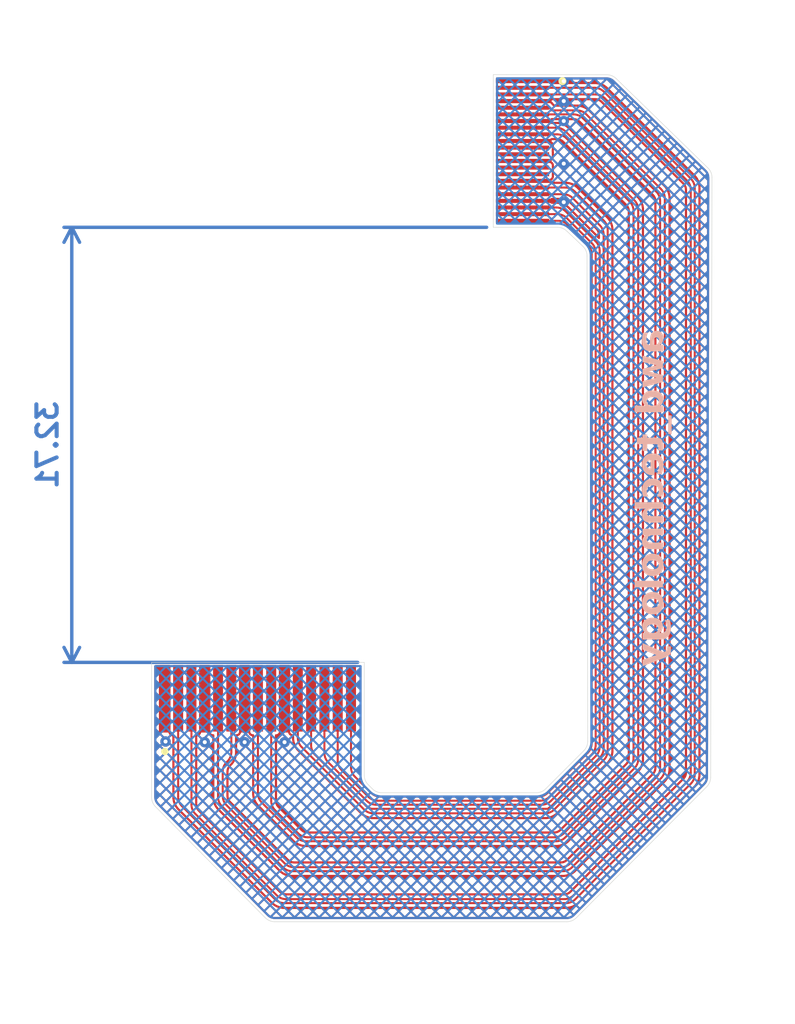
<source format=kicad_pcb>
(kicad_pcb (version 20241229) (generator "pcbnew") (generator_version "9.0")
  (layers (0 "F.Cu" signal) (4 "In1.Cu" signal) (6 "In2.Cu" signal) (2 "B.Cu" signal) (13 "F.Paste" user) (15 "B.Paste" user) (5 "F.SilkS" user "F.Silkscreen") (7 "B.SilkS" user "B.Silkscreen") (1 "F.Mask" user) (3 "B.Mask" user) (25 "Edge.Cuts" user))
  (net 0 "")
  (net 2 "Net-(J2-CAM_SDA)")
  (net 3 "Net-(J2-CAM_SCA)")
  (net 4 "Net-(J2-CAM_D0_N)")
  (net 7 "Net-(J2-CAM_IO0)")
  (net 9 "Net-(J2-CAM_3v3)")
  (net 10 "Net-(J2-CAM_IO1)")
  (net 11 "Net-(J2-CAM_D0_P)")
  (net 12 "Net-(J2-CAM_CK_N)")
  (net 13 "Net-(J2-CAM_D1_N)")
  (net 14 "Net-(J2-CAM_D1_P)")
  (net 15 "Net-(J2-CAM_CK_P)")
  (net 16 "GND")
  (footprint "AWD_camera_ribbon:FPC_22pin_0.5mm_Vertical" (layer "F.Cu") (at 89.1 39.85 -90)
    (property "Reference" "J2" (hide yes))
    (property "Value" "~")
    (fp_circle (center -5.25 -3) (end -5 -3) (stroke (width 0.1)) (fill yes) (layer "F.SilkS"))
    (pad "1" smd rect (at -5.25 0 270) (size 0.3 4) (layers "F.Cu" "F.Mask" "F.Paste") (net 16 "GND"))
    (pad "2" smd rect (at -4.75 0 270) (size 0.3 4) (layers "F.Cu" "F.Mask" "F.Paste") (net 4 "Net-(J2-CAM_D0_N)"))
    (pad "3" smd rect (at -4.25 0 270) (size 0.3 4) (layers "F.Cu" "F.Mask" "F.Paste") (net 11 "Net-(J2-CAM_D0_P)"))
    (pad "4" smd rect (at -3.75 0 90) (size 0.3 4) (layers "F.Cu" "F.Mask" "F.Paste") (net 16 "GND"))
    (pad "5" smd rect (at -3.25 0 270) (size 0.3 4) (layers "F.Cu" "F.Mask" "F.Paste") (net 13 "Net-(J2-CAM_D1_N)"))
    (pad "6" smd rect (at -2.75 0 270) (size 0.3 4) (layers "F.Cu" "F.Mask" "F.Paste") (net 14 "Net-(J2-CAM_D1_P)"))
    (pad "7" smd rect (at -2.25 0 270) (size 0.3 4) (layers "F.Cu" "F.Mask" "F.Paste") (net 16 "GND"))
    (pad "8" smd rect (at -1.75 0 270) (size 0.3 4) (layers "F.Cu" "F.Mask" "F.Paste") (net 12 "Net-(J2-CAM_CK_N)"))
    (pad "9" smd rect (at -1.25 0 270) (size 0.3 4) (layers "F.Cu" "F.Mask" "F.Paste") (net 15 "Net-(J2-CAM_CK_P)"))
    (pad "10" smd rect (at -0.75 0 270) (size 0.3 4) (layers "F.Cu" "F.Mask" "F.Paste") (net 16 "GND"))
    (pad "11" smd rect (at -0.25 0 270) (size 0.3 4) (layers "F.Cu" "F.Mask" "F.Paste"))
    (pad "12" smd rect (at 0.25 0 270) (size 0.3 4) (layers "F.Cu" "F.Mask" "F.Paste"))
    (pad "13" smd rect (at 0.75 0 270) (size 0.3 4) (layers "F.Cu" "F.Mask" "F.Paste") (net 16 "GND"))
    (pad "14" smd rect (at 1.25 0 270) (size 0.3 4) (layers "F.Cu" "F.Mask" "F.Paste"))
    (pad "15" smd rect (at 1.75 0 270) (size 0.3 4) (layers "F.Cu" "F.Mask" "F.Paste"))
    (pad "16" smd rect (at 2.25 0 270) (size 0.3 4) (layers "F.Cu" "F.Mask" "F.Paste") (net 16 "GND"))
    (pad "17" smd rect (at 2.75 0 270) (size 0.3 4) (layers "F.Cu" "F.Mask" "F.Paste") (net 7 "Net-(J2-CAM_IO0)"))
    (pad "18" smd rect (at 3.25 0 270) (size 0.3 4) (layers "F.Cu" "F.Mask" "F.Paste") (net 10 "Net-(J2-CAM_IO1)"))
    (pad "19" smd rect (at 3.75 0 270) (size 0.3 4) (layers "F.Cu" "F.Mask" "F.Paste") (net 16 "GND"))
    (pad "20" smd rect (at 4.25 0 270) (size 0.3 4) (layers "F.Cu" "F.Mask" "F.Paste") (net 3 "Net-(J2-CAM_SCA)"))
    (pad "21" smd rect (at 4.75 0 270) (size 0.3 4) (layers "F.Cu" "F.Mask" "F.Paste") (net 2 "Net-(J2-CAM_SDA)"))
    (pad "22" smd rect (at 5.25 0 270) (size 0.3 4) (layers "F.Cu" "F.Mask" "F.Paste") (net 9 "Net-(J2-CAM_3v3)"))
  )
  (footprint "AWD_camera_ribbon:FPC_15pin_1mm_Vertical" (layer "F.Cu") (at 69.2 81)
    (property "Reference" "j1" (hide yes))
    (property "Value" "~")
    (fp_circle (center -7 4) (end -6.8 4) (stroke (width 0.15)) (fill yes) (layer "F.SilkS"))
    (pad "1" smd rect (at -7 0) (size 0.75 5) (layers "F.Cu" "F.Mask" "F.Paste") (net 16 "GND"))
    (pad "2" smd rect (at -6 0) (size 0.75 5) (layers "F.Cu" "F.Mask" "F.Paste") (net 4 "Net-(J2-CAM_D0_N)"))
    (pad "3" smd rect (at -5 0) (size 0.75 5) (layers "F.Cu" "F.Mask" "F.Paste") (net 11 "Net-(J2-CAM_D0_P)"))
    (pad "4" smd rect (at -4 0) (size 0.75 5) (layers "F.Cu" "F.Mask" "F.Paste") (net 16 "GND"))
    (pad "5" smd rect (at -3 0) (size 0.75 5) (layers "F.Cu" "F.Mask" "F.Paste") (net 13 "Net-(J2-CAM_D1_N)"))
    (pad "6" smd rect (at -2 0) (size 0.75 5) (layers "F.Cu" "F.Mask" "F.Paste") (net 14 "Net-(J2-CAM_D1_P)"))
    (pad "7" smd rect (at -1 0) (size 0.75 5) (layers "F.Cu" "F.Mask" "F.Paste") (net 16 "GND"))
    (pad "8" smd rect (at 0 0) (size 0.75 5) (layers "F.Cu" "F.Mask" "F.Paste") (net 12 "Net-(J2-CAM_CK_N)"))
    (pad "9" smd rect (at 1 0) (size 0.75 5) (layers "F.Cu" "F.Mask" "F.Paste") (net 15 "Net-(J2-CAM_CK_P)"))
    (pad "10" smd rect (at 2 0) (size 0.75 5) (layers "F.Cu" "F.Mask" "F.Paste") (net 16 "GND"))
    (pad "11" smd rect (at 3 0) (size 0.75 5) (layers "F.Cu" "F.Mask" "F.Paste") (net 7 "Net-(J2-CAM_IO0)"))
    (pad "12" smd rect (at 4 0) (size 0.75 5) (layers "F.Cu" "F.Mask" "F.Paste") (net 10 "Net-(J2-CAM_IO1)"))
    (pad "13" smd rect (at 5 0) (size 0.75 5) (layers "F.Cu" "F.Mask" "F.Paste") (net 3 "Net-(J2-CAM_SCA)"))
    (pad "14" smd rect (at 6 0) (size 0.75 5) (layers "F.Cu" "F.Mask" "F.Paste") (net 2 "Net-(J2-CAM_SDA)"))
    (pad "15" smd rect (at 7 0) (size 0.75 5) (layers "F.Cu" "F.Mask" "F.Paste") (net 9 "Net-(J2-CAM_3v3)"))
  )
  (gr_line (start 93.623654 47.003008) (end 92.463254 45.903084) (stroke (width 0.0381)) (layer "Edge.Cuts"))
  (gr_line (start 103.350774 41.850419) (end 103.250911 86.938487) (stroke (width 0.0381)) (layer "Edge.Cuts"))
  (gr_arc (start 61.488932 89.142197) (mid 61.275049 88.819161) (end 61.2 88.439074) (stroke (width 0.0381)) (layer "Edge.Cuts"))
  (gr_line (start 62.2 78.3) (end 76.211049 78.3) (stroke (width 0.0381)) (layer "Edge.Cuts"))
  (gr_line (start 77.2 78.3) (end 76.211049 78.3) (stroke (width 0.0381)) (layer "Edge.Cuts"))
  (gr_line (start 77.2 86.785786) (end 77.2 86.64) (stroke (width 0.0381)) (layer "Edge.Cuts"))
  (gr_line (start 92.434381 97.8) (end 70.467508 97.8) (stroke (width 0.0381)) (layer "Edge.Cuts"))
  (gr_line (start 86.9 45.590855) (end 91.73 45.59) (stroke (width 0.0381)) (layer "Edge.Cuts"))
  (gr_line (start 62.2 78.3) (end 61.2 78.3) (stroke (width 0.0381)) (layer "Edge.Cuts"))
  (gr_line (start 87.900854 34.110855) (end 86.9 34.110855) (stroke (width 0.0381)) (layer "Edge.Cuts"))
  (gr_arc (start 93.143181 97.505409) (mid 92.818172 97.72342) (end 92.434381 97.8) (stroke (width 0.0381)) (layer "Edge.Cuts"))
  (gr_line (start 93.999444 84.235002) (end 93.950591 47.741255) (stroke (width 0.0381)) (layer "Edge.Cuts"))
  (gr_line (start 77.2 86.64) (end 77.2 78.3) (stroke (width 0.0381)) (layer "Edge.Cuts"))
  (gr_arc (start 90.842893 87.807107) (mid 90.518469 88.023875) (end 90.135786 88.1) (stroke (width 0.0381)) (layer "Edge.Cuts"))
  (gr_line (start 77.588302 87.588302) (end 77.492893 87.492893) (stroke (width 0.0381)) (layer "Edge.Cuts"))
  (gr_line (start 90.842893 87.807107) (end 93.706552 84.943448) (stroke (width 0.0381)) (layer "Edge.Cuts"))
  (gr_line (start 87.900854 34.110855) (end 95.440822 34.117292) (stroke (width 0.0381)) (layer "Edge.Cuts"))
  (gr_line (start 96.137689 34.400923) (end 103.048497 41.131835) (stroke (width 0.0381)) (layer "Edge.Cuts"))
  (gr_line (start 78.514214 88.1) (end 90.135786 88.1) (stroke (width 0.0381)) (layer "Edge.Cuts"))
  (gr_arc (start 91.73 45.59) (mid 92.125654 45.6716) (end 92.456737 45.903084) (stroke (width 0.0381)) (layer "Edge.Cuts"))
  (gr_arc (start 93.999444 84.235002) (mid 93.92357 84.6184) (end 93.706552 84.943448) (stroke (width 0.0381)) (layer "Edge.Cuts"))
  (gr_line (start 61.2 88.439074) (end 61.2 79.3) (stroke (width 0.0381)) (layer "Edge.Cuts"))
  (gr_line (start 102.959714 87.641681) (end 93.143181 97.505409) (stroke (width 0.0381)) (layer "Edge.Cuts"))
  (gr_line (start 61.2 79.3) (end 61.2 78.3) (stroke (width 0.0381)) (layer "Edge.Cuts"))
  (gr_arc (start 103.048497 41.131835) (mid 103.272542 41.460458) (end 103.350774 41.850419) (stroke (width 0.0381)) (layer "Edge.Cuts"))
  (gr_arc (start 70.467508 97.8) (mid 70.082231 97.722801) (end 69.75644 97.503123) (stroke (width 0.0381)) (layer "Edge.Cuts"))
  (gr_line (start 77.588302 87.588302) (end 77.807107 87.807107) (stroke (width 0.0381)) (layer "Edge.Cuts"))
  (gr_arc (start 95.440822 34.117292) (mid 95.816947 34.19107) (end 96.137689 34.400923) (stroke (width 0.0381)) (layer "Edge.Cuts"))
  (gr_line (start 86.9 34.110855) (end 86.9 45.590855) (stroke (width 0.0381)) (layer "Edge.Cuts"))
  (gr_arc (start 103.250911 86.938487) (mid 103.174838 87.318877) (end 102.959714 87.641681) (stroke (width 0.0381)) (layer "Edge.Cuts"))
  (gr_line (start 69.75644 97.503123) (end 61.488932 89.142197) (stroke (width 0.0381)) (layer "Edge.Cuts"))
  (gr_arc (start 93.623654 47.003008) (mid 93.864942 47.337669) (end 93.950591 47.741255) (stroke (width 0.0381)) (layer "Edge.Cuts"))
  (gr_arc (start 77.492893 87.492893) (mid 77.27612 87.16847) (end 77.2 86.785786) (stroke (width 0.0381)) (layer "Edge.Cuts"))
  (gr_arc (start 78.514214 88.1) (mid 78.131528 88.023884) (end 77.807107 87.807107) (stroke (width 0.0381)) (layer "Edge.Cuts"))
  (gr_text "awd_technology" (at 100 53.25 90) (layer "B.SilkS") (effects (font (size 2 2) (thickness 0.1524) (bold yes)) (justify left bottom mirror)))
  (dimension (type orthogonal) (layer "B.Cu") (pts (xy 86.9 45.59) (xy 77.2 78.3)) (height -31.7) (orientation 1) (format (prefix "") (suffix "") (units 3) (units_format 0) (precision 4) (suppress_zeroes yes)) (style (thickness 0.254) (arrow_length 1.27) (text_position_mode 0) (arrow_direction outward) (extension_height 0.58642) (extension_offset 0.5) (keep_text_aligned yes)) (gr_text "32.71" (at 53.3712 61.945 90) (layer "B.Cu") (effects (font (size 1.524 1.524) (thickness 0.3048)) (justify mirror))))
  (segment (start 94.601 47.489536) (end 94.601 84.510464) (width 0.15) (layer "F.Cu") (net 2))
  (segment (start 94.308107 85.217571) (end 91.118571 88.407107) (width 0.15) (layer "F.Cu") (net 2))
  (segment (start 89.1 44.6) (end 91.711464 44.6) (width 0.15) (layer "F.Cu") (net 2))
  (segment (start 77.507107 88.407107) (end 75.492893 86.392893) (width 0.15) (layer "F.Cu") (net 2))
  (segment (start 75.2 85.685786) (end 75.2 81) (width 0.15) (layer "F.Cu") (net 2))
  (segment (start 90.411464 88.7) (end 78.214214 88.7) (width 0.15) (layer "F.Cu") (net 2))
  (segment (start 92.418571 44.892893) (end 94.308107 46.782429) (width 0.15) (layer "F.Cu") (net 2))
  (arc (start 91.711464 44.6) (mid 92.094147 44.67612) (end 92.418571 44.892893) (width 0.15) (layer "F.Cu") (net 2))
  (arc (start 94.308107 46.782429) (mid 94.52488 47.106852) (end 94.601 47.489536) (width 0.15) (layer "F.Cu") (net 2))
  (arc (start 75.492893 86.392893) (mid 75.27612 86.06847) (end 75.2 85.685786) (width 0.15) (layer "F.Cu") (net 2))
  (arc (start 78.214214 88.7) (mid 77.831531 88.62388) (end 77.507107 88.407107) (width 0.15) (layer "F.Cu") (net 2))
  (arc (start 94.601 84.510464) (mid 94.52488 84.893147) (end 94.308107 85.217571) (width 0.15) (layer "F.Cu") (net 2))
  (arc (start 90.411464 88.7) (mid 90.794147 88.62388) (end 91.118571 88.407107) (width 0.15) (layer "F.Cu") (net 2))
  (segment (start 94.609107 85.342249) (end 91.243249 88.708107) (width 0.15) (layer "F.Cu") (net 3))
  (segment (start 90.536142 89.001) (end 78.089536 89.001) (width 0.15) (layer "F.Cu") (net 3))
  (segment (start 89.1 44.1) (end 91.637142 44.1) (width 0.15) (layer "F.Cu") (net 3))
  (segment (start 74.2 85.111464) (end 74.2 81) (width 0.15) (layer "F.Cu") (net 3))
  (segment (start 74.2 81) (end 74.2 81.199) (width 0.15) (layer "F.Cu") (net 3))
  (segment (start 77.382429 88.708107) (end 74.492893 85.818571) (width 0.15) (layer "F.Cu") (net 3))
  (segment (start 94.902 47.364858) (end 94.902 84.635142) (width 0.15) (layer "F.Cu") (net 3))
  (segment (start 74.2 81.199) (end 74.201 81.2) (width 0.15) (layer "F.Cu") (net 3))
  (segment (start 92.344249 44.392893) (end 94.609107 46.657751) (width 0.15) (layer "F.Cu") (net 3))
  (arc (start 91.243249 88.708107) (mid 90.918826 88.92488) (end 90.536142 89.001) (width 0.15) (layer "F.Cu") (net 3))
  (arc (start 74.2 85.111464) (mid 74.27612 85.494147) (end 74.492893 85.818571) (width 0.15) (layer "F.Cu") (net 3))
  (arc (start 78.089536 89.001) (mid 77.706853 88.92488) (end 77.382429 88.708107) (width 0.15) (layer "F.Cu") (net 3))
  (arc (start 94.609107 85.342249) (mid 94.82588 85.017826) (end 94.902 84.635142) (width 0.15) (layer "F.Cu") (net 3))
  (arc (start 92.344249 44.392893) (mid 92.019826 44.17612) (end 91.637142 44.1) (width 0.15) (layer "F.Cu") (net 3))
  (arc (start 94.609107 46.657751) (mid 94.82588 46.982174) (end 94.902 47.364858) (width 0.15) (layer "F.Cu") (net 3))
  (segment (start 71.188536 96.4) (end 92.361464 96.4) (width 0.15) (layer "F.Cu") (net 4))
  (segment (start 94.511464 35.1) (end 89.1 35.1) (width 0.15) (layer "F.Cu") (net 4))
  (segment (start 101.758107 41.932429) (end 95.218571 35.392893) (width 0.15) (layer "F.Cu") (net 4))
  (segment (start 102.051 86.710464) (end 102.051 42.639536) (width 0.15) (layer "F.Cu") (net 4))
  (segment (start 63.2 81) (end 63.2 88.411464) (width 0.15) (layer "F.Cu") (net 4))
  (segment (start 63.492893 89.118571) (end 70.481429 96.107107) (width 0.15) (layer "F.Cu") (net 4))
  (segment (start 93.068571 96.107107) (end 101.758107 87.417571) (width 0.15) (layer "F.Cu") (net 4))
  (arc (start 63.492893 89.118571) (mid 63.27612 88.794148) (end 63.2 88.411464) (width 0.15) (layer "F.Cu") (net 4))
  (arc (start 92.361464 96.4) (mid 92.744147 96.32388) (end 93.068571 96.107107) (width 0.15) (layer "F.Cu") (net 4))
  (arc (start 71.188536 96.4) (mid 70.805853 96.32388) (end 70.481429 96.107107) (width 0.15) (layer "F.Cu") (net 4))
  (arc (start 102.051 86.710464) (mid 101.97488 87.093147) (end 101.758107 87.417571) (width 0.15) (layer "F.Cu") (net 4))
  (arc (start 102.051 42.639536) (mid 101.97488 42.256853) (end 101.758107 41.932429) (width 0.15) (layer "F.Cu") (net 4))
  (arc (start 95.218571 35.392893) (mid 94.894148 35.17612) (end 94.511464 35.1) (width 0.15) (layer "F.Cu") (net 4))
  (segment (start 77.88718 89.65) (end 90.785786 89.65) (width 0.15) (layer "F.Cu") (net 7))
  (segment (start 95.504 84.931786) (end 95.504 45.792536) (width 0.15) (layer "F.Cu") (net 7))
  (segment (start 95.211107 45.085429) (end 93.018571 42.892893) (width 0.15) (layer "F.Cu") (net 7))
  (segment (start 72.492893 84.669927) (end 77.180073 89.357107) (width 0.15) (layer "F.Cu") (net 7))
  (segment (start 91.492893 89.357107) (end 95.211107 85.638893) (width 0.15) (layer "F.Cu") (net 7))
  (segment (start 72.2 81) (end 72.2 83.96282) (width 0.15) (layer "F.Cu") (net 7))
  (segment (start 92.311464 42.6) (end 89.1 42.6) (width 0.15) (layer "F.Cu") (net 7))
  (arc (start 92.311464 42.6) (mid 92.694147 42.67612) (end 93.018571 42.892893) (width 0.15) (layer "F.Cu") (net 7))
  (arc (start 95.211107 85.638893) (mid 95.42788 85.314469) (end 95.504 84.931786) (width 0.15) (layer "F.Cu") (net 7))
  (arc (start 77.180073 89.357107) (mid 77.504497 89.57388) (end 77.88718 89.65) (width 0.15) (layer "F.Cu") (net 7))
  (arc (start 95.211107 45.085429) (mid 95.42788 45.409852) (end 95.504 45.792536) (width 0.15) (layer "F.Cu") (net 7))
  (arc (start 90.785786 89.65) (mid 91.168469 89.57388) (end 91.492893 89.357107) (width 0.15) (layer "F.Cu") (net 7))
  (arc (start 72.2 83.96282) (mid 72.27612 84.345504) (end 72.492893 84.669927) (width 0.15) (layer "F.Cu") (net 7))
  (segment (start 76.2 86.185786) (end 76.2 81) (width 0.15) (layer "F.Cu") (net 9))
  (segment (start 89.1 45.1) (end 91.785786 45.1) (width 0.15) (layer "F.Cu") (net 9))
  (segment (start 92.492893 45.392893) (end 94.007107 46.907107) (width 0.15) (layer "F.Cu") (net 9))
  (segment (start 76.1 82.6) (end 76.2 82.5) (width 0.2) (layer "F.Cu") (net 9))
  (segment (start 94.3 47.614214) (end 94.3 84.385786) (width 0.15) (layer "F.Cu") (net 9))
  (segment (start 94.007107 85.092893) (end 90.992893 88.107107) (width 0.15) (layer "F.Cu") (net 9))
  (segment (start 90.285786 88.4) (end 78.414214 88.4) (width 0.15) (layer "F.Cu") (net 9))
  (segment (start 76.492893 86.892893) (end 77.707107 88.107107) (width 0.15) (layer "F.Cu") (net 9))
  (arc (start 90.992893 88.107107) (mid 90.66847 88.32388) (end 90.285786 88.4) (width 0.15) (layer "F.Cu") (net 9))
  (arc (start 94.3 47.614214) (mid 94.22388 47.231531) (end 94.007107 46.907107) (width 0.15) (layer "F.Cu") (net 9))
  (arc (start 76.2 86.185786) (mid 76.27612 86.568469) (end 76.492893 86.892893) (width 0.15) (layer "F.Cu") (net 9))
  (arc (start 94.3 84.385786) (mid 94.22388 84.768469) (end 94.007107 85.092893) (width 0.15) (layer "F.Cu") (net 9))
  (arc (start 91.785786 45.1) (mid 92.168469 45.17612) (end 92.492893 45.392893) (width 0.15) (layer "F.Cu") (net 9))
  (arc (start 78.414214 88.4) (mid 78.031531 88.32388) (end 77.707107 88.107107) (width 0.15) (layer "F.Cu") (net 9))
  (segment (start 95.199018 47.148272) (end 95.20228 47.234864) (width 0.15) (layer "F.Cu") (net 10))
  (segment (start 94.978011 85.395855) (end 94.917979 85.458687) (width 0.15) (layer "F.Cu") (net 10))
  (segment (start 92.869672 43.392893) (end 94.906125 45.429346) (width 0.15) (layer "F.Cu") (net 10))
  (segment (start 91.010246 89.309418) (end 77.721825 89.309418) (width 0.15) (layer "F.Cu") (net 10))
  (segment (start 89.1 43.1) (end 92.162565 43.1) (width 0.15) (layer "F.Cu") (net 10))
  (segment (start 95.200509 84.859407) (end 95.181641 84.954257) (width 0.15) (layer "F.Cu") (net 10))
  (segment (start 77.305935 89.057282) (end 77.305751 89.057107) (width 0.15) (layer "F.Cu") (net 10))
  (segment (start 95.202989 47.27251) (end 95.202989 84.856927) (width 0.15) (layer "F.Cu") (net 10))
  (segment (start 95.12473 85.141852) (end 95.087207 85.232437) (width 0.15) (layer "F.Cu") (net 10))
  (segment (start 77.458358 89.179478) (end 77.450451 89.174194) (width 0.15) (layer "F.Cu") (net 10))
  (segment (start 91.015805 89.303859) (end 91.010246 89.309418) (width 0.15) (layer "F.Cu") (net 10))
  (segment (start 77.305751 89.057107) (end 73.500892 85.252248) (width 0.15) (layer "F.Cu") (net 10))
  (segment (start 73.485076 85.23607) (end 73.424976 85.173187) (width 0.15) (layer "F.Cu") (net 10))
  (segment (start 77.33155 89.081018) (end 77.322147 89.072427) (width 0.15) (layer "F.Cu") (net 10))
  (segment (start 77.721825 89.309418) (end 77.631238 89.271892) (width 0.15) (layer "F.Cu") (net 10))
  (segment (start 73.200248 84.548219) (end 73.2 84.537142) (width 0.15) (layer "F.Cu") (net 10))
  (segment (start 95.087207 85.232437) (end 94.978011 85.395855) (width 0.15) (layer "F.Cu") (net 10))
  (segment (start 73.278082 84.918777) (end 73.240553 84.828184) (width 0.15) (layer "F.Cu") (net 10))
  (segment (start 91.319927 89.057107) (end 91.311807 89.064867) (width 0.15) (layer "F.Cu") (net 10))
  (segment (start 95.202989 84.856927) (end 95.200509 84.859407) (width 0.15) (layer "F.Cu") (net 10))
  (segment (start 73.2 84.537142) (end 73.2 81) (width 0.15) (layer "F.Cu") (net 10))
  (segment (start 95.199018 47.148272) (end 95.199018 46.136453) (width 0.15) (layer "F.Cu") (net 10))
  (segment (start 94.902048 85.474986) (end 91.319927 89.057107) (width 0.15) (layer "F.Cu") (net 10))
  (segment (start 73.240553 84.828184) (end 73.21922 84.720957) (width 0.15) (layer "F.Cu") (net 10))
  (segment (start 73.424976 85.173187) (end 73.370495 85.091655) (width 0.15) (layer "F.Cu") (net 10))
  (segment (start 91.176471 89.173396) (end 91.16733 89.179504) (width 0.15) (layer "F.Cu") (net 10))
  (arc (start 95.199018 46.136453) (mid 95.122898 45.75377) (end 94.906125 45.429346) (width 0.15) (layer "F.Cu") (net 10))
  (arc (start 94.902048 85.474986) (mid 94.91006 85.466882) (end 94.917979 85.458687) (width 0.15) (layer "F.Cu") (net 10))
  (arc (start 95.198309 47.110625) (mid 95.198486 47.129452) (end 95.199018 47.148272) (width 0.15) (layer "F.Cu") (net 10))
  (arc (start 77.450451 89.174194) (mid 77.389239 89.129854) (end 77.33155 89.081018) (width 0.15) (layer "F.Cu") (net 10))
  (arc (start 95.202989 47.27251) (mid 95.202812 47.253684) (end 95.20228 47.234864) (width 0.15) (layer "F.Cu") (net 10))
  (arc (start 77.322147 89.072427) (mid 77.313999 89.0649) (end 77.305935 89.057282) (width 0.15) (layer "F.Cu") (net 10))
  (arc (start 92.162565 43.1) (mid 92.545248 43.17612) (end 92.869672 43.392893) (width 0.15) (layer "F.Cu") (net 10))
  (arc (start 95.12473 85.141852) (mid 95.157793 85.049452) (end 95.181641 84.954257) (width 0.15) (layer "F.Cu") (net 10))
  (arc (start 73.500892 85.252248) (mid 73.492938 85.244204) (end 73.485076 85.23607) (width 0.15) (layer "F.Cu") (net 10))
  (arc (start 77.631238 89.271892) (mid 77.542528 89.229931) (end 77.458358 89.179478) (width 0.15) (layer "F.Cu") (net 10))
  (arc (start 91.176471 89.173396) (mid 91.246497 89.122072) (end 91.311807 89.064867) (width 0.15) (layer "F.Cu") (net 10))
  (arc (start 91.015805 89.303859) (mid 91.088513 89.23796) (end 91.16733 89.179504) (width 0.15) (layer "F.Cu") (net 10))
  (arc (start 73.278082 84.918777) (mid 73.320042 85.007486) (end 73.370495 85.091655) (width 0.15) (layer "F.Cu") (net 10))
  (arc (start 73.21922 84.720957) (mid 73.205975 84.635001) (end 73.200248 84.548219) (width 0.15) (layer "F.Cu") (net 10))
  (segment (start 101.75 42.764214) (end 101.75 86.585786) (width 0.15) (layer "F.Cu") (net 11))
  (segment (start 89.1 35.6) (end 94.585786 35.6) (width 0.15) (layer "F.Cu") (net 11))
  (segment (start 92.236786 96.099) (end 71.313214 96.099) (width 0.15) (layer "F.Cu") (net 11))
  (segment (start 64.2 88.985786) (end 64.2 81) (width 0.15) (layer "F.Cu") (net 11))
  (segment (start 101.457107 87.292893) (end 92.943893 95.806107) (width 0.15) (layer "F.Cu") (net 11))
  (segment (start 70.606107 95.806107) (end 64.492893 89.692893) (width 0.15) (layer "F.Cu") (net 11))
  (segment (start 95.292893 35.892893) (end 101.457107 42.057107) (width 0.15) (layer "F.Cu") (net 11))
  (arc (start 101.75 42.764214) (mid 101.67388 42.381531) (end 101.457107 42.057107) (width 0.15) (layer "F.Cu") (net 11))
  (arc (start 64.492893 89.692893) (mid 64.27612 89.36847) (end 64.2 88.985786) (width 0.15) (layer "F.Cu") (net 11))
  (arc (start 94.585786 35.6) (mid 94.968469 35.67612) (end 95.292893 35.892893) (width 0.15) (layer "F.Cu") (net 11))
  (arc (start 92.236786 96.099) (mid 92.619469 96.02288) (end 92.943893 95.806107) (width 0.15) (layer "F.Cu") (net 11))
  (arc (start 70.606107 95.806107) (mid 70.93053 96.02288) (end 71.313214 96.099) (width 0.15) (layer "F.Cu") (net 11))
  (arc (start 101.75 86.585786) (mid 101.67388 86.968469) (end 101.457107 87.292893) (width 0.15) (layer "F.Cu") (net 11))
  (segment (start 72.107107 91.457107) (end 69.492893 88.842893) (width 0.15) (layer "F.Cu") (net 12))
  (segment (start 91.611464 91.75) (end 72.814214 91.75) (width 0.15) (layer "F.Cu") (net 12))
  (segment (start 92.342893 38.392893) (end 97.507107 43.557107) (width 0.15) (layer "F.Cu") (net 12))
  (segment (start 97.8 44.264214) (end 97.8 85.561464) (width 0.15) (layer "F.Cu") (net 12))
  (segment (start 89.1 38.1) (end 91.635786 38.1) (width 0.15) (layer "F.Cu") (net 12))
  (segment (start 97.507107 86.268571) (end 92.318571 91.457107) (width 0.15) (layer "F.Cu") (net 12))
  (segment (start 69.2 88.135786) (end 69.2 81) (width 0.15) (layer "F.Cu") (net 12))
  (arc (start 97.8 44.264214) (mid 97.72388 43.881531) (end 97.507107 43.557107) (width 0.15) (layer "F.Cu") (net 12))
  (arc (start 91.611464 91.75) (mid 91.994147 91.67388) (end 92.318571 91.457107) (width 0.15) (layer "F.Cu") (net 12))
  (arc (start 92.342893 38.392893) (mid 92.01847 38.17612) (end 91.635786 38.1) (width 0.15) (layer "F.Cu") (net 12))
  (arc (start 97.8 85.561464) (mid 97.72388 85.944147) (end 97.507107 86.268571) (width 0.15) (layer "F.Cu") (net 12))
  (arc (start 72.814214 91.75) (mid 72.431531 91.67388) (end 72.107107 91.457107) (width 0.15) (layer "F.Cu") (net 12))
  (arc (start 69.2 88.135786) (mid 69.27612 88.518469) (end 69.492893 88.842893) (width 0.15) (layer "F.Cu") (net 12))
  (segment (start 92.111464 94) (end 71.788536 94) (width 0.15) (layer "F.Cu") (net 13))
  (segment (start 66.2 88.411464) (end 66.2 81) (width 0.15) (layer "F.Cu") (net 13))
  (segment (start 91.127 36.6) (end 91.326 36.799) (width 0.15) (layer "F.Cu") (net 13))
  (segment (start 99.8 43.414214) (end 99.8 86.311464) (width 0.15) (layer "F.Cu") (net 13))
  (segment (start 91.326 36.799) (end 93.184786 36.799) (width 0.15) (layer "F.Cu") (net 13))
  (segment (start 93.891893 37.091893) (end 99.507107 42.707107) (width 0.15) (layer "F.Cu") (net 13))
  (segment (start 71.081429 93.707107) (end 66.492893 89.118571) (width 0.15) (layer "F.Cu") (net 13))
  (segment (start 89.1 36.6) (end 91.127 36.6) (width 0.15) (layer "F.Cu") (net 13))
  (segment (start 99.507107 87.018571) (end 92.818571 93.707107) (width 0.15) (layer "F.Cu") (net 13))
  (arc (start 99.8 43.414214) (mid 99.72388 43.031531) (end 99.507107 42.707107) (width 0.15) (layer "F.Cu") (net 13))
  (arc (start 93.891893 37.091893) (mid 93.56747 36.87512) (end 93.184786 36.799) (width 0.15) (layer "F.Cu") (net 13))
  (arc (start 71.788536 94) (mid 71.405853 93.92388) (end 71.081429 93.707107) (width 0.15) (layer "F.Cu") (net 13))
  (arc (start 99.8 86.311464) (mid 99.72388 86.694147) (end 99.507107 87.018571) (width 0.15) (layer "F.Cu") (net 13))
  (arc (start 66.492893 89.118571) (mid 66.27612 88.794148) (end 66.2 88.411464) (width 0.15) (layer "F.Cu") (net 13))
  (arc (start 92.111464 94) (mid 92.494147 93.92388) (end 92.818571 93.707107) (width 0.15) (layer "F.Cu") (net 13))
  (segment (start 93.642893 37.392893) (end 99.157107 42.907107) (width 0.15) (layer "F.Cu") (net 14))
  (segment (start 89.1 37.1) (end 92.935786 37.1) (width 0.15) (layer "F.Cu") (net 14))
  (segment (start 71.206107 93.406107) (end 66.843893 89.043893) (width 0.15) (layer "F.Cu") (net 14))
  (segment (start 91.986786 93.699) (end 71.913214 93.699) (width 0.15) (layer "F.Cu") (net 14))
  (segment (start 67.2 85.035786) (end 67.2 81) (width 0.15) (layer "F.Cu") (net 14))
  (segment (start 99.157107 86.942893) (end 92.693893 93.406107) (width 0.15) (layer "F.Cu") (net 14))
  (segment (start 66.551 88.336786) (end 66.551 86.513214) (width 0.15) (layer "F.Cu") (net 14))
  (segment (start 66.843893 85.806107) (end 66.907107 85.742893) (width 0.15) (layer "F.Cu") (net 14))
  (segment (start 99.45 43.614214) (end 99.45 86.235786) (width 0.15) (layer "F.Cu") (net 14))
  (arc (start 99.45 86.235786) (mid 99.37388 86.618469) (end 99.157107 86.942893) (width 0.15) (layer "F.Cu") (net 14))
  (arc (start 71.913214 93.699) (mid 71.530531 93.62288) (end 71.206107 93.406107) (width 0.15) (layer "F.Cu") (net 14))
  (arc (start 66.551 88.336786) (mid 66.62712 88.719469) (end 66.843893 89.043893) (width 0.15) (layer "F.Cu") (net 14))
  (arc (start 99.45 43.614214) (mid 99.37388 43.231531) (end 99.157107 42.907107) (width 0.15) (layer "F.Cu") (net 14))
  (arc (start 92.935786 37.1) (mid 93.318469 37.17612) (end 93.642893 37.392893) (width 0.15) (layer "F.Cu") (net 14))
  (arc (start 91.986786 93.699) (mid 92.369469 93.62288) (end 92.693893 93.406107) (width 0.15) (layer "F.Cu") (net 14))
  (arc (start 67.2 85.035786) (mid 67.12388 85.418469) (end 66.907107 85.742893) (width 0.15) (layer "F.Cu") (net 14))
  (arc (start 66.551 86.513214) (mid 66.62712 86.130531) (end 66.843893 85.806107) (width 0.15) (layer "F.Cu") (net 14))
  (segment (start 97.156107 86.193893) (end 92.193893 91.156107) (width 0.15) (layer "F.Cu") (net 15))
  (segment (start 89.1 38.6) (end 91.685786 38.6) (width 0.15) (layer "F.Cu") (net 15))
  (segment (start 91.486786 91.449) (end 72.938892 91.449) (width 0.15) (layer "F.Cu") (net 15))
  (segment (start 70.2 88.710108) (end 70.2 81) (width 0.15) (layer "F.Cu") (net 15))
  (segment (start 72.231785 91.156107) (end 70.492893 89.417215) (width 0.15) (layer "F.Cu") (net 15))
  (segment (start 97.449 44.363214) (end 97.449 85.486786) (width 0.15) (layer "F.Cu") (net 15))
  (segment (start 92.392893 38.892893) (end 97.156107 43.656107) (width 0.15) (layer "F.Cu") (net 15))
  (arc (start 97.449 85.486786) (mid 97.37288 85.869469) (end 97.156107 86.193893) (width 0.15) (layer "F.Cu") (net 15))
  (arc (start 70.2 88.710108) (mid 70.27612 89.092791) (end 70.492893 89.417215) (width 0.15) (layer "F.Cu") (net 15))
  (arc (start 72.938892 91.449) (mid 72.556209 91.37288) (end 72.231785 91.156107) (width 0.15) (layer "F.Cu") (net 15))
  (arc (start 91.685786 38.6) (mid 92.068469 38.67612) (end 92.392893 38.892893) (width 0.15) (layer "F.Cu") (net 15))
  (arc (start 97.449 44.363214) (mid 97.37288 43.980531) (end 97.156107 43.656107) (width 0.15) (layer "F.Cu") (net 15))
  (arc (start 91.486786 91.449) (mid 91.869469 91.37288) (end 92.193893 91.156107) (width 0.15) (layer "F.Cu") (net 15))
  (via (at 92.2 34.6) (size 0.55) (drill 0.3) (layers "F.Cu" "B.Cu") (net 16))
  (via (at 68.2 84.3) (size 0.55) (drill 0.3) (layers "F.Cu" "B.Cu") (net 16))
  (via (at 92.2 40.8) (size 0.55) (drill 0.3) (layers "F.Cu" "B.Cu") (net 16))
  (via (at 92.2 36.1) (size 0.55) (drill 0.3) (layers "F.Cu" "B.Cu") (net 16))
  (via (at 65.2 84.3) (size 0.55) (drill 0.3) (layers "F.Cu" "B.Cu") (net 16))
  (via (at 62.25 84.25) (size 0.55) (drill 0.3) (layers "F.Cu" "B.Cu") (net 16))
  (via (at 71.2 84.3) (size 0.55) (drill 0.3) (layers "F.Cu" "B.Cu") (net 16))
  (via (at 92.2 37.6) (size 0.55) (drill 0.3) (layers "F.Cu" "B.Cu") (net 16))
  (via (at 92.2 43.7) (size 0.55) (drill 0.3) (layers "F.Cu" "B.Cu") (net 16))
  (zone (net 16) (net_name "GND") (layer "F.Cu") (connect_pads yes (clearance 0.2)) (min_thickness 0.15) (fill yes (mode hatch) (thermal_gap 0.5) (thermal_bridge_width 0.5) (hatch_thickness 0.15) (hatch_gap 0.5) (hatch_orientation 45) (hatch_border_algorithm hatch_thickness) (hatch_min_hole_area 0.3))
    (polygon (pts (xy 52.4 28.6) (xy 109.6 28.6) (xy 109.1 104.1) (xy 50.9 105.5) (xy 52 28.5)))
  )
  (zone (net 16) (net_name "GND") (layer "B.Cu") (priority 1) (connect_pads (clearance 0.2)) (min_thickness 0.15) (fill yes (mode hatch) (thermal_gap 0.5) (thermal_bridge_width 0.5) (hatch_thickness 0.15) (hatch_gap 0.5) (hatch_orientation 45) (hatch_border_algorithm hatch_thickness) (hatch_min_hole_area 0.3))
    (polygon (pts (xy 52 28.5) (xy 109.6 28.6) (xy 109.1 104.1) (xy 50.9 105.5)))
  )
)
</source>
